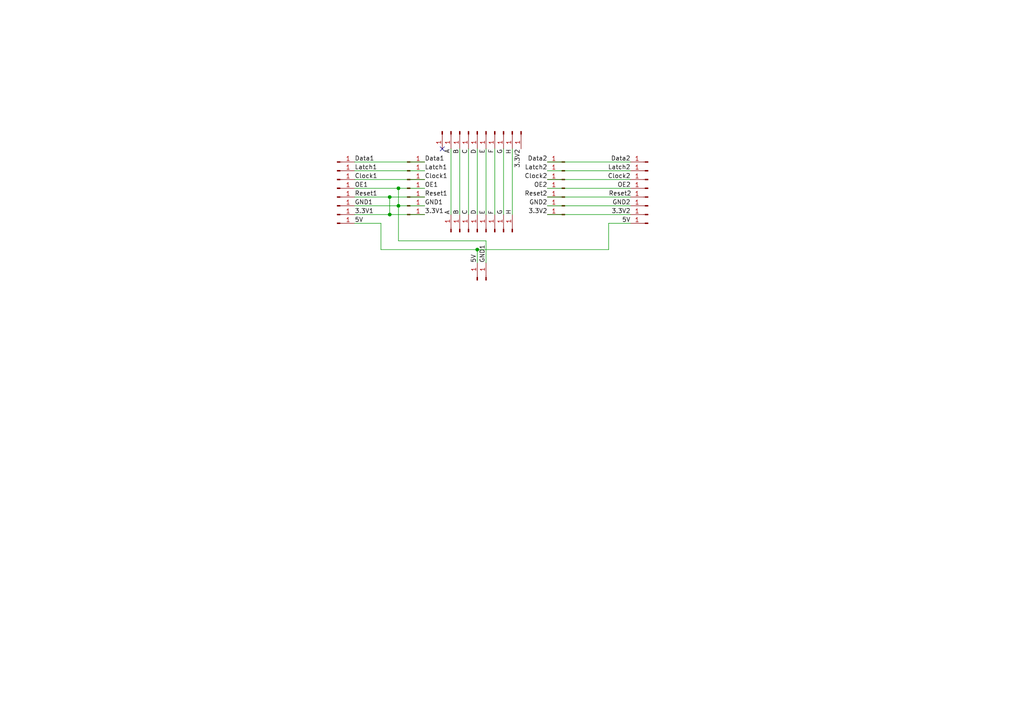
<source format=kicad_sch>
(kicad_sch (version 20211123) (generator eeschema)
  (paper "A4")
  (lib_symbols
    (symbol "Connector:Conn_01x01_Male" (pin_names (offset 1.016) hide)
      (property "Reference" "J" (at 0 2.54 0))
      (property "Value" "Conn_01x01_Male" (at 0 -2.54 0))
      (symbol "Conn_01x01_Male_1_1"
        (polyline (pts (xy 1.27 0) (xy 0.8636 0)) (stroke (width 0.1524)))
        (rectangle (start 0.8636 0.127) (end 0 -0.127) (stroke (width 0.1524)) (fill (type outline)))
        (pin passive line (at 5.08 0 180) (length 3.81) (name "Pin_1") (number "1"))
      )
    )
  )
  (junction (at 115.57 54.61))
  (junction (at 115.57 59.69))
  (junction (at 113.03 62.23))
  (junction (at 113.03 57.15))
  (junction (at 138.43 72.39))
  (no_connect (at 128.27 43.18))
  (wire (pts (xy 115.57 54.61) (xy 115.57 59.69)))
  (wire (pts (xy 158.75 46.99) (xy 182.88 46.99)))
  (wire (pts (xy 158.75 57.15) (xy 182.88 57.15)))
  (wire (pts (xy 138.43 72.39) (xy 138.43 76.2)))
  (wire (pts (xy 113.03 57.15) (xy 123.19 57.15)))
  (wire (pts (xy 138.43 72.39) (xy 176.53 72.39)))
  (wire (pts (xy 115.57 54.61) (xy 123.19 54.61)))
  (wire (pts (xy 146.05 62.23) (xy 146.05 43.18)))
  (wire (pts (xy 102.87 64.77) (xy 110.49 64.77)))
  (wire (pts (xy 102.87 59.69) (xy 115.57 59.69)))
  (wire (pts (xy 110.49 64.77) (xy 110.49 72.39)))
  (wire (pts (xy 140.97 76.2) (xy 140.97 69.85)))
  (wire (pts (xy 102.87 57.15) (xy 113.03 57.15)))
  (wire (pts (xy 110.49 72.39) (xy 138.43 72.39)))
  (wire (pts (xy 102.87 54.61) (xy 115.57 54.61)))
  (wire (pts (xy 158.75 52.07) (xy 182.88 52.07)))
  (wire (pts (xy 140.97 69.85) (xy 115.57 69.85)))
  (wire (pts (xy 102.87 62.23) (xy 113.03 62.23)))
  (wire (pts (xy 140.97 62.23) (xy 140.97 43.18)))
  (wire (pts (xy 148.59 62.23) (xy 148.59 43.18)))
  (wire (pts (xy 158.75 54.61) (xy 182.88 54.61)))
  (wire (pts (xy 133.35 62.23) (xy 133.35 43.18)))
  (wire (pts (xy 113.03 62.23) (xy 123.19 62.23)))
  (wire (pts (xy 176.53 72.39) (xy 176.53 64.77)))
  (wire (pts (xy 158.75 49.53) (xy 182.88 49.53)))
  (wire (pts (xy 138.43 62.23) (xy 138.43 43.18)))
  (wire (pts (xy 102.87 52.07) (xy 123.19 52.07)))
  (wire (pts (xy 102.87 49.53) (xy 123.19 49.53)))
  (wire (pts (xy 143.51 62.23) (xy 143.51 43.18)))
  (wire (pts (xy 130.81 62.23) (xy 130.81 43.18)))
  (wire (pts (xy 102.87 46.99) (xy 123.19 46.99)))
  (wire (pts (xy 135.89 43.18) (xy 135.89 62.23)))
  (wire (pts (xy 176.53 64.77) (xy 182.88 64.77)))
  (wire (pts (xy 115.57 59.69) (xy 123.19 59.69)))
  (wire (pts (xy 158.75 59.69) (xy 182.88 59.69)))
  (wire (pts (xy 158.75 62.23) (xy 182.88 62.23)))
  (wire (pts (xy 113.03 57.15) (xy 113.03 62.23)))
  (wire (pts (xy 115.57 69.85) (xy 115.57 59.69)))
  (label "Reset1" (at 102.87 57.15 0))
  (label "E" (at 140.97 43.18 270))
  (label "B" (at 133.35 62.23 90))
  (label "Latch1" (at 123.19 49.53 0))
  (label "Data1" (at 123.19 46.99 0))
  (label "Reset2" (at 158.75 57.15 180))
  (label "H" (at 148.59 62.23 90))
  (label "GND1" (at 102.87 59.69 0))
  (label "Clock1" (at 102.87 52.07 0))
  (label "Data2" (at 158.75 46.99 180))
  (label "Clock2" (at 158.75 52.07 180))
  (label "5V" (at 102.87 64.77 0))
  (label "Latch1" (at 102.87 49.53 0))
  (label "H" (at 148.59 43.18 270))
  (label "Reset1" (at 123.19 57.15 0))
  (label "Latch2" (at 182.88 49.53 180))
  (label "C" (at 135.89 43.18 270))
  (label "3.3V2" (at 158.75 62.23 180))
  (label "5V" (at 138.43 76.2 90))
  (label "5V" (at 182.88 64.77 180))
  (label "GND2" (at 158.75 59.69 180))
  (label "OE2" (at 179.07 54.61 0))
  (label "A" (at 130.81 43.18 270))
  (label "OE2" (at 158.75 54.61 180))
  (label "A" (at 130.81 62.23 90))
  (label "3.3V1" (at 123.19 62.23 0))
  (label "E" (at 140.97 62.23 90))
  (label "GND1" (at 140.97 76.2 90))
  (label "GND2" (at 182.88 59.69 180))
  (label "Clock2" (at 182.88 52.07 180))
  (label "G" (at 146.05 62.23 90))
  (label "Latch2" (at 158.75 49.53 180))
  (label "3.3V2" (at 151.13 43.18 270))
  (label "Reset2" (at 176.53 57.15 0))
  (label "D" (at 138.43 43.18 270))
  (label "G" (at 146.05 43.18 270))
  (label "GND1" (at 123.19 59.69 0))
  (label "OE1" (at 123.19 54.61 0))
  (label "3.3V1" (at 102.87 62.23 0))
  (label "3.3V2" (at 182.88 62.23 180))
  (label "F" (at 143.51 62.23 90))
  (label "B" (at 133.35 43.18 270))
  (label "D" (at 138.43 62.23 90))
  (label "F" (at 143.51 43.18 270))
  (label "C" (at 135.89 62.23 90))
  (label "Data1" (at 102.87 46.99 0))
  (label "Clock1" (at 123.19 52.07 0))
  (label "OE1" (at 102.87 54.61 0))
  (label "Data2" (at 182.88 46.99 180))
  (symbol (lib_id "Connector:Conn_01x01_Male") (at 118.11 62.23 0) (unit 1)
    (property "Reference" "J13" (effects hide))
    (property "Value" "Conn_01x01_Male" (effects hide))
    (property "Footprint" "TestPoint:TestPoint_Pad_D2.0mm" (effects hide))
  )
  (symbol (lib_id "Connector:Conn_01x01_Male") (at 118.11 59.69 0) (unit 1)
    (property "Reference" "J12" (effects hide))
    (property "Value" "Conn_01x01_Male" (effects hide))
    (property "Footprint" "TestPoint:TestPoint_Pad_D2.0mm" (effects hide))
  )
  (symbol (lib_id "Connector:Conn_01x01_Male") (at 118.11 52.07 0) (unit 1)
    (property "Reference" "J11" (effects hide))
    (property "Value" "Conn_01x01_Male" (effects hide))
    (property "Footprint" "TestPoint:TestPoint_Pad_D2.0mm" (effects hide))
  )
  (symbol (lib_id "Connector:Conn_01x01_Male") (at 118.11 49.53 0) (unit 1)
    (property "Reference" "J10" (effects hide))
    (property "Value" "Conn_01x01_Male" (effects hide))
    (property "Footprint" "TestPoint:TestPoint_Pad_D2.0mm" (effects hide))
  )
  (symbol (lib_id "Connector:Conn_01x01_Male") (at 118.11 46.99 0) (unit 1)
    (property "Reference" "J9" (effects hide))
    (property "Value" "Conn_01x01_Male" (effects hide))
    (property "Footprint" "TestPoint:TestPoint_Pad_D2.0mm" (effects hide))
  )
  (symbol (lib_id "Connector:Conn_01x01_Male") (at 163.83 46.99 180) (unit 1)
    (property "Reference" "J32" (effects hide))
    (property "Value" "Conn_01x01_Male" (effects hide))
    (property "Footprint" "TestPoint:TestPoint_Pad_D2.0mm" (effects hide))
  )
  (symbol (lib_id "Connector:Conn_01x01_Male") (at 163.83 49.53 180) (unit 1)
    (property "Reference" "J33" (effects hide))
    (property "Value" "Conn_01x01_Male" (effects hide))
    (property "Footprint" "TestPoint:TestPoint_Pad_D2.0mm" (effects hide))
  )
  (symbol (lib_id "Connector:Conn_01x01_Male") (at 163.83 59.69 180) (unit 1)
    (property "Reference" "J35" (effects hide))
    (property "Value" "Conn_01x01_Male" (effects hide))
    (property "Footprint" "TestPoint:TestPoint_Pad_D2.0mm" (effects hide))
  )
  (symbol (lib_id "Connector:Conn_01x01_Male") (at 163.83 62.23 180) (unit 1)
    (property "Reference" "J36" (effects hide))
    (property "Value" "Conn_01x01_Male" (effects hide))
    (property "Footprint" "TestPoint:TestPoint_Pad_D2.0mm" (effects hide))
  )
  (symbol (lib_id "Connector:Conn_01x01_Male") (at 163.83 52.07 180) (unit 1)
    (property "Reference" "J34" (effects hide))
    (property "Value" "Conn_01x01_Male" (effects hide))
    (property "Footprint" "TestPoint:TestPoint_Pad_D2.0mm" (effects hide))
  )
  (symbol (lib_id "Connector:Conn_01x01_Male") (at 97.79 62.23 0) (unit 1)
    (property "Reference" "J6" (effects hide))
    (property "Value" "Conn_01x01_Male" (effects hide))
    (property "Footprint" "TestPoint:TestPoint_Pad_D2.0mm" (effects hide))
  )
  (symbol (lib_id "Connector:Conn_01x01_Male") (at 97.79 52.07 0) (unit 1)
    (property "Reference" "J3" (effects hide))
    (property "Value" "Conn_01x01_Male" (effects hide))
    (property "Footprint" "TestPoint:TestPoint_Pad_D2.0mm" (effects hide))
  )
  (symbol (lib_id "Connector:Conn_01x01_Male") (at 97.79 49.53 0) (unit 1)
    (property "Reference" "J2" (effects hide))
    (property "Value" "Conn_01x01_Male" (effects hide))
    (property "Footprint" "TestPoint:TestPoint_Pad_D2.0mm" (effects hide))
  )
  (symbol (lib_id "Connector:Conn_01x01_Male") (at 97.79 46.99 0) (unit 1)
    (property "Reference" "J1" (effects hide))
    (property "Value" "Conn_01x01_Male" (effects hide))
    (property "Footprint" "TestPoint:TestPoint_Pad_D2.0mm" (effects hide))
  )
  (symbol (lib_id "Connector:Conn_01x01_Male") (at 97.79 59.69 0) (unit 1)
    (property "Reference" "J4" (effects hide))
    (property "Value" "Conn_01x01_Male" (effects hide))
    (property "Footprint" "TestPoint:TestPoint_Pad_D2.0mm" (effects hide))
  )
  (symbol (lib_id "Connector:Conn_01x01_Male") (at 187.96 46.99 180) (unit 1)
    (property "Reference" "J38" (effects hide))
    (property "Value" "Conn_01x01_Male" (effects hide))
    (property "Footprint" "TestPoint:TestPoint_Pad_D2.0mm" (effects hide))
  )
  (symbol (lib_id "Connector:Conn_01x01_Male") (at 187.96 49.53 180) (unit 1)
    (property "Reference" "J39" (effects hide))
    (property "Value" "Conn_01x01_Male" (effects hide))
    (property "Footprint" "TestPoint:TestPoint_Pad_D2.0mm" (effects hide))
  )
  (symbol (lib_id "Connector:Conn_01x01_Male") (at 187.96 59.69 180) (unit 1)
    (property "Reference" "J41" (effects hide))
    (property "Value" "Conn_01x01_Male" (effects hide))
    (property "Footprint" "TestPoint:TestPoint_Pad_D2.0mm" (effects hide))
  )
  (symbol (lib_id "Connector:Conn_01x01_Male") (at 187.96 62.23 180) (unit 1)
    (property "Reference" "J42" (effects hide))
    (property "Value" "Conn_01x01_Male" (effects hide))
    (property "Footprint" "TestPoint:TestPoint_Pad_D2.0mm" (effects hide))
  )
  (symbol (lib_id "Connector:Conn_01x01_Male") (at 187.96 64.77 180) (unit 1)
    (property "Reference" "J43" (effects hide))
    (property "Value" "Conn_01x01_Male" (effects hide))
    (property "Footprint" "TestPoint:TestPoint_Pad_D2.0mm" (effects hide))
  )
  (symbol (lib_id "Connector:Conn_01x01_Male") (at 187.96 52.07 180) (unit 1)
    (property "Reference" "J40" (effects hide))
    (property "Value" "Conn_01x01_Male" (effects hide))
    (property "Footprint" "TestPoint:TestPoint_Pad_D2.0mm" (effects hide))
  )
  (symbol (lib_id "Connector:Conn_01x01_Male") (at 130.81 38.1 270) (unit 1)
    (property "Reference" "J15" (effects hide))
    (property "Value" "Conn_01x01_Male" (effects hide))
    (property "Footprint" "TestPoint:TestPoint_Pad_D2.0mm" (effects hide))
  )
  (symbol (lib_id "Connector:Conn_01x01_Male") (at 133.35 38.1 270) (unit 1)
    (property "Reference" "J17" (effects hide))
    (property "Value" "Conn_01x01_Male" (effects hide))
    (property "Footprint" "TestPoint:TestPoint_Pad_D2.0mm" (effects hide))
  )
  (symbol (lib_id "Connector:Conn_01x01_Male") (at 143.51 38.1 270) (unit 1)
    (property "Reference" "J25" (effects hide))
    (property "Value" "Conn_01x01_Male" (effects hide))
    (property "Footprint" "TestPoint:TestPoint_Pad_D2.0mm" (effects hide))
  )
  (symbol (lib_id "Connector:Conn_01x01_Male") (at 146.05 38.1 270) (unit 1)
    (property "Reference" "J27" (effects hide))
    (property "Value" "Conn_01x01_Male" (effects hide))
    (property "Footprint" "TestPoint:TestPoint_Pad_D2.0mm" (effects hide))
  )
  (symbol (lib_id "Connector:Conn_01x01_Male") (at 148.59 38.1 270) (unit 1)
    (property "Reference" "J29" (effects hide))
    (property "Value" "Conn_01x01_Male" (effects hide))
    (property "Footprint" "TestPoint:TestPoint_Pad_D2.0mm" (effects hide))
  )
  (symbol (lib_id "Connector:Conn_01x01_Male") (at 135.89 38.1 270) (unit 1)
    (property "Reference" "J19" (effects hide))
    (property "Value" "Conn_01x01_Male" (effects hide))
    (property "Footprint" "TestPoint:TestPoint_Pad_D2.0mm" (effects hide))
  )
  (symbol (lib_id "Connector:Conn_01x01_Male") (at 138.43 38.1 270) (unit 1)
    (property "Reference" "J21" (effects hide))
    (property "Value" "Conn_01x01_Male" (effects hide))
    (property "Footprint" "TestPoint:TestPoint_Pad_D2.0mm" (effects hide))
  )
  (symbol (lib_id "Connector:Conn_01x01_Male") (at 140.97 38.1 270) (unit 1)
    (property "Reference" "J23" (effects hide))
    (property "Value" "Conn_01x01_Male" (effects hide))
    (property "Footprint" "TestPoint:TestPoint_Pad_D2.0mm" (effects hide))
  )
  (symbol (lib_id "Connector:Conn_01x01_Male") (at 138.43 67.31 90) (unit 1)
    (property "Reference" "J22" (effects hide))
    (property "Value" "Conn_01x01_Male" (effects hide))
    (property "Footprint" "TestPoint:TestPoint_Pad_D2.0mm" (effects hide))
  )
  (symbol (lib_id "Connector:Conn_01x01_Male") (at 140.97 67.31 90) (unit 1)
    (property "Reference" "J24" (effects hide))
    (property "Value" "Conn_01x01_Male" (effects hide))
    (property "Footprint" "TestPoint:TestPoint_Pad_D2.0mm" (effects hide))
  )
  (symbol (lib_id "Connector:Conn_01x01_Male") (at 143.51 67.31 90) (unit 1)
    (property "Reference" "J26" (effects hide))
    (property "Value" "Conn_01x01_Male" (effects hide))
    (property "Footprint" "TestPoint:TestPoint_Pad_D2.0mm" (effects hide))
  )
  (symbol (lib_id "Connector:Conn_01x01_Male") (at 130.81 67.31 90) (unit 1)
    (property "Reference" "J16" (effects hide))
    (property "Value" "Conn_01x01_Male" (effects hide))
    (property "Footprint" "TestPoint:TestPoint_Pad_D2.0mm" (effects hide))
  )
  (symbol (lib_id "Connector:Conn_01x01_Male") (at 133.35 67.31 90) (unit 1)
    (property "Reference" "J18" (effects hide))
    (property "Value" "Conn_01x01_Male" (effects hide))
    (property "Footprint" "TestPoint:TestPoint_Pad_D2.0mm" (effects hide))
  )
  (symbol (lib_id "Connector:Conn_01x01_Male") (at 135.89 67.31 90) (unit 1)
    (property "Reference" "J20" (effects hide))
    (property "Value" "Conn_01x01_Male" (effects hide))
    (property "Footprint" "TestPoint:TestPoint_Pad_D2.0mm" (effects hide))
  )
  (symbol (lib_id "Connector:Conn_01x01_Male") (at 146.05 67.31 90) (unit 1)
    (property "Reference" "J28" (effects hide))
    (property "Value" "Conn_01x01_Male" (effects hide))
    (property "Footprint" "TestPoint:TestPoint_Pad_D2.0mm" (effects hide))
  )
  (symbol (lib_id "Connector:Conn_01x01_Male") (at 148.59 67.31 90) (unit 1)
    (property "Reference" "J30" (effects hide))
    (property "Value" "Conn_01x01_Male" (effects hide))
    (property "Footprint" "TestPoint:TestPoint_Pad_D2.0mm" (effects hide))
  )
  (symbol (lib_id "Connector:Conn_01x01_Male") (at 128.27 38.1 270) (unit 1)
    (property "Reference" "J14" (effects hide))
    (property "Value" "Conn_01x01_Male" (effects hide))
    (property "Footprint" "TestPoint:TestPoint_Pad_D2.0mm" (effects hide))
  )
  (symbol (lib_id "Connector:Conn_01x01_Male") (at 151.13 38.1 270) (unit 1)
    (property "Reference" "J31" (effects hide))
    (property "Value" "Conn_01x01_Male" (effects hide))
    (property "Footprint" "TestPoint:TestPoint_Pad_D2.0mm" (effects hide))
  )
  (symbol (lib_id "Connector:Conn_01x01_Male") (at 97.79 64.77 0) (unit 1)
    (property "Reference" "J8" (effects hide))
    (property "Value" "Conn_01x01_Male" (effects hide))
    (property "Footprint" "TestPoint:TestPoint_Pad_D2.0mm" (effects hide))
  )
  (symbol (lib_id "Connector:Conn_01x01_Male") (at 118.11 54.61 0) (unit 1)
    (property "Reference" "J45" (effects hide))
    (property "Value" "Conn_01x01_Male" (effects hide))
    (property "Footprint" "TestPoint:TestPoint_Pad_D2.0mm" (effects hide))
  )
  (symbol (lib_id "Connector:Conn_01x01_Male") (at 97.79 54.61 0) (unit 1)
    (property "Reference" "J37" (effects hide))
    (property "Value" "Conn_01x01_Male" (effects hide))
    (property "Footprint" "TestPoint:TestPoint_Pad_D2.0mm" (effects hide))
  )
  (symbol (lib_id "Connector:Conn_01x01_Male") (at 118.11 57.15 0) (unit 1)
    (property "Reference" "J46" (effects hide))
    (property "Value" "Conn_01x01_Male" (effects hide))
    (property "Footprint" "TestPoint:TestPoint_Pad_D2.0mm" (effects hide))
  )
  (symbol (lib_id "Connector:Conn_01x01_Male") (at 97.79 57.15 0) (unit 1)
    (property "Reference" "J44" (effects hide))
    (property "Value" "Conn_01x01_Male" (effects hide))
    (property "Footprint" "TestPoint:TestPoint_Pad_D2.0mm" (effects hide))
  )
  (symbol (lib_id "Connector:Conn_01x01_Male") (at 187.96 54.61 180) (unit 1)
    (property "Reference" "J49" (effects hide))
    (property "Value" "Conn_01x01_Male" (effects hide))
    (property "Footprint" "TestPoint:TestPoint_Pad_D2.0mm" (effects hide))
  )
  (symbol (lib_id "Connector:Conn_01x01_Male") (at 163.83 54.61 180) (unit 1)
    (property "Reference" "J47" (effects hide))
    (property "Value" "Conn_01x01_Male" (effects hide))
    (property "Footprint" "TestPoint:TestPoint_Pad_D2.0mm" (effects hide))
  )
  (symbol (lib_id "Connector:Conn_01x01_Male") (at 187.96 57.15 180) (unit 1)
    (property "Reference" "J50" (effects hide))
    (property "Value" "Conn_01x01_Male" (effects hide))
    (property "Footprint" "TestPoint:TestPoint_Pad_D2.0mm" (effects hide))
  )
  (symbol (lib_id "Connector:Conn_01x01_Male") (at 163.83 57.15 180) (unit 1)
    (property "Reference" "J48" (effects hide))
    (property "Value" "Conn_01x01_Male" (effects hide))
    (property "Footprint" "TestPoint:TestPoint_Pad_D2.0mm" (effects hide))
  )
  (symbol (lib_id "Connector:Conn_01x01_Male") (at 140.97 81.28 90) (unit 1)
    (property "Reference" "J7" (effects hide))
    (property "Value" "Conn_01x01_Male" (effects hide))
    (property "Footprint" "TestPoint:TestPoint_Pad_D2.0mm" (effects hide))
  )
  (symbol (lib_id "Connector:Conn_01x01_Male") (at 138.43 81.28 90) (unit 1)
    (property "Reference" "J5" (effects hide))
    (property "Value" "Conn_01x01_Male" (effects hide))
    (property "Footprint" "TestPoint:TestPoint_Pad_D2.0mm" (effects hide))
  )
)
</source>
